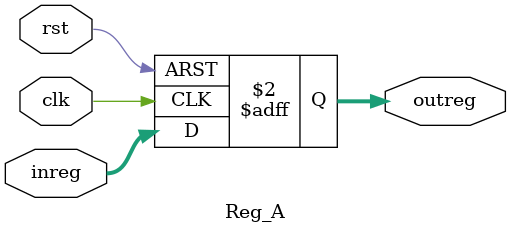
<source format=v>
`timescale 1ns/1ns
module Reg_A(input clk,rst,input[7:0] inreg,output reg[7:0] outreg);
  always@ (posedge clk,posedge rst) begin
    if(rst) outreg=8'b 00000000;
    else  outreg=inreg;
  end
endmodule  

</source>
